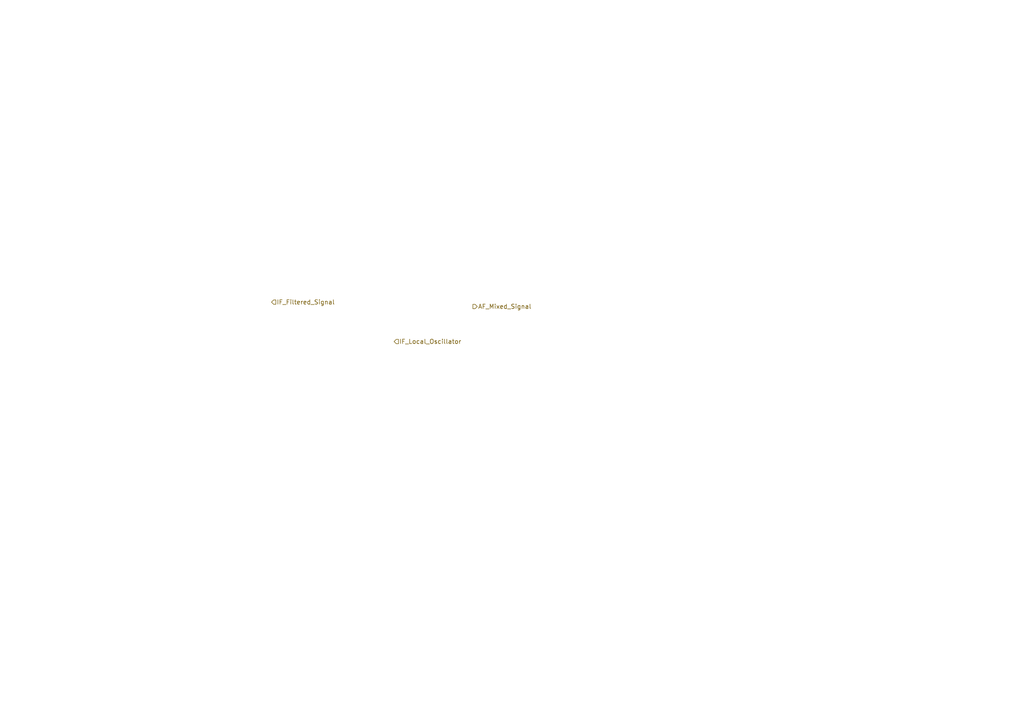
<source format=kicad_sch>
(kicad_sch
	(version 20250114)
	(generator "eeschema")
	(generator_version "9.0")
	(uuid "7691d2aa-9b5a-4dc5-af72-69a656b3ff17")
	(paper "A4")
	(lib_symbols)
	(hierarchical_label "IF_Filtered_Signal"
		(shape input)
		(at 78.74 87.63 0)
		(effects
			(font
				(size 1.27 1.27)
			)
			(justify left)
		)
		(uuid "11bc5b86-de87-42a0-ae3e-54878df865d8")
	)
	(hierarchical_label "AF_Mixed_Signal"
		(shape output)
		(at 137.16 88.9 0)
		(effects
			(font
				(size 1.27 1.27)
			)
			(justify left)
		)
		(uuid "ce84f0f8-584a-4898-923e-6d56a41d38c6")
	)
	(hierarchical_label "IF_Local_Oscillator"
		(shape input)
		(at 114.3 99.06 0)
		(effects
			(font
				(size 1.27 1.27)
			)
			(justify left)
		)
		(uuid "d5b3c9a8-0150-423d-95a8-9fb918a2459a")
	)
)

</source>
